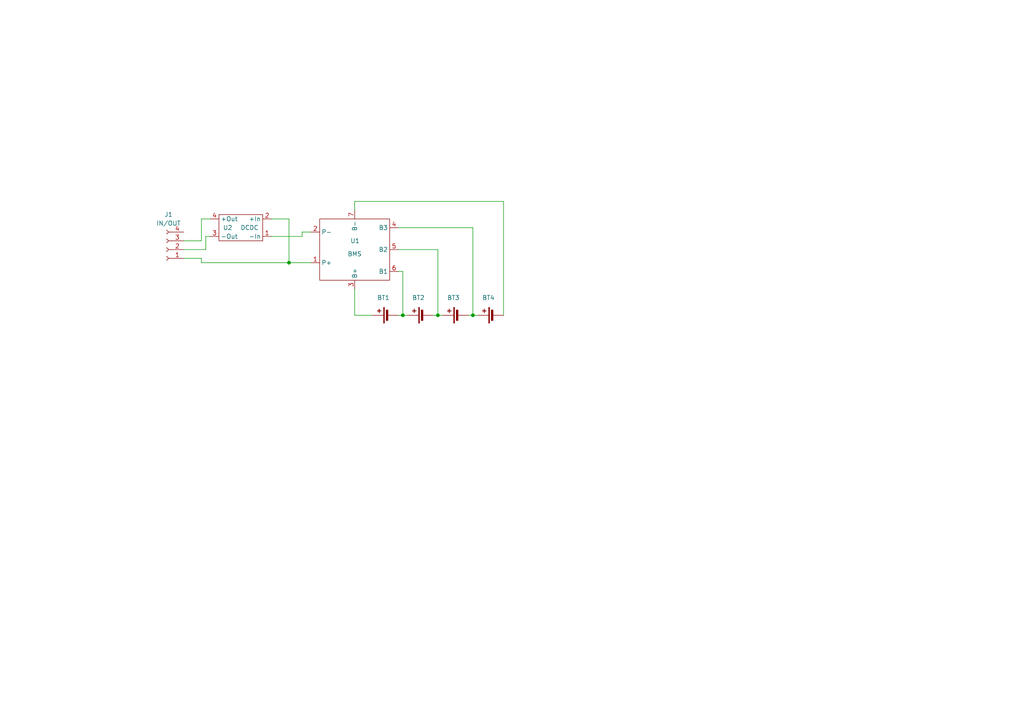
<source format=kicad_sch>
(kicad_sch (version 20230121) (generator eeschema)
  (paper "A4")
  (lib_symbols
    (symbol "AFPI_Device:20A_BMS_Board"
      (property "Reference" "U" (at 0 2.54 0))
      (symbol "20A_BMS_Board_0_0"
        (pin bidirectional line (at -12.7 -1.27 0) (length 2.54) (name "P+") (number "1"))
        (pin bidirectional line (at -12.7 7.62 0) (length 2.54) (name "P-") (number "2"))
        (pin bidirectional line (at 0 -8.89 90) (length 2.54) (name "B+") (number "3"))
        (pin bidirectional line (at 12.7 8.89 180) (length 2.54) (name "B3") (number "4"))
        (pin bidirectional line (at 12.7 2.54 180) (length 2.54) (name "B2") (number "5"))
        (pin bidirectional line (at 12.7 -3.81 180) (length 2.54) (name "B1") (number "6"))
        (pin bidirectional line (at 0 13.97 270) (length 2.54) (name "B-") (number "7"))
      )
      (symbol "20A_BMS_Board_1_1"
        (rectangle (start -10.16 11.43) (end 10.16 -6.35))
      )
    )
    (symbol "AFPI_Device:MP1584EN_"
      (property "Reference" "U" (at 2.54 -1.27 0))
      (property "Value" "DCDC" (at -2.54 -1.27 0))
      (symbol "MP1584EN__0_0"
        (pin power_in line (at -8.89 1.27 0) (length 2.54) (name "-In") (number "1"))
        (pin power_in line (at -8.89 -3.81 0) (length 2.54) (name "+In") (number "2"))
        (pin power_in line (at 8.89 1.27 180) (length 2.54) (name "-Out") (number "3"))
        (pin power_out line (at 8.89 -3.81 180) (length 2.54) (name "+Out") (number "4"))
      )
      (symbol "MP1584EN__0_1"
        (rectangle (start -6.35 2.54) (end 6.35 -5.08))
      )
    )
    (symbol "Connector:Conn_01x04_Socket" (pin_names (offset 1.016) hide)
      (property "Reference" "J" (at 0 5.08 0))
      (property "Value" "Conn_01x04_Socket" (at 0 -7.62 0))
      (symbol "Conn_01x04_Socket_1_1"
        (arc (start 0 -4.572) (mid -0.5058 -5.08) (end 0 -5.588) (stroke (width 0.1524)))
        (arc (start 0 -2.032) (mid -0.5058 -2.54) (end 0 -3.048) (stroke (width 0.1524)))
        (polyline (pts (xy -1.27 -5.08) (xy -0.508 -5.08)) (stroke (width 0.1524)))
        (polyline (pts (xy -1.27 -2.54) (xy -0.508 -2.54)) (stroke (width 0.1524)))
        (polyline (pts (xy -1.27 0) (xy -0.508 0)) (stroke (width 0.1524)))
        (polyline (pts (xy -1.27 2.54) (xy -0.508 2.54)) (stroke (width 0.1524)))
        (arc (start 0 0.508) (mid -0.5058 0) (end 0 -0.508) (stroke (width 0.1524)))
        (arc (start 0 3.048) (mid -0.5058 2.54) (end 0 2.032) (stroke (width 0.1524)))
        (pin passive line (at -5.08 2.54 0) (length 3.81) (name "Pin_1") (number "1"))
        (pin passive line (at -5.08 0 0) (length 3.81) (name "Pin_2") (number "2"))
        (pin passive line (at -5.08 -2.54 0) (length 3.81) (name "Pin_3") (number "3"))
        (pin passive line (at -5.08 -5.08 0) (length 3.81) (name "Pin_4") (number "4"))
      )
    )
    (symbol "Device:Battery_Cell" (pin_numbers hide) (pin_names (offset 0) hide)
      (property "Reference" "BT" (at 2.54 2.54 0))
      (property "Value" "Battery_Cell" (at 2.54 0 0))
      (symbol "Battery_Cell_0_1"
        (rectangle (start -2.286 1.778) (end 2.286 1.524) (fill (type outline)))
        (rectangle (start -1.524 1.016) (end 1.524 0.508) (fill (type outline)))
        (polyline (pts (xy 0 0.762) (xy 0 0)))
        (polyline (pts (xy 0 1.778) (xy 0 2.54)))
        (polyline (pts (xy 0.762 3.048) (xy 1.778 3.048)) (stroke (width 0.254)))
        (polyline (pts (xy 1.27 3.556) (xy 1.27 2.54)) (stroke (width 0.254)))
      )
      (symbol "Battery_Cell_1_1"
        (pin passive line (at 0 5.08 270) (length 2.54) (name "+") (number "1"))
        (pin passive line (at 0 -2.54 90) (length 2.54) (name "-") (number "2"))
      )
    )
  )
  (junction (at 137.16 91.44))
  (junction (at 116.84 91.44))
  (junction (at 83.82 76.2))
  (junction (at 127 91.44))
  (wire (pts (xy 102.87 91.44) (xy 107.95 91.44)))
  (wire (pts (xy 127 91.44) (xy 128.27 91.44)))
  (wire (pts (xy 127 91.44) (xy 127 72.39)))
  (wire (pts (xy 127 72.39) (xy 115.57 72.39)))
  (wire (pts (xy 146.05 58.42) (xy 102.87 58.42)))
  (wire (pts (xy 83.82 76.2) (xy 83.82 63.5)))
  (wire (pts (xy 102.87 83.82) (xy 102.87 91.44)))
  (wire (pts (xy 116.84 91.44) (xy 116.84 78.74)))
  (wire (pts (xy 83.82 76.2) (xy 58.42 76.2)))
  (wire (pts (xy 87.63 67.31) (xy 90.17 67.31)))
  (wire (pts (xy 59.69 68.58) (xy 60.96 68.58)))
  (wire (pts (xy 78.74 68.58) (xy 87.63 68.58)))
  (wire (pts (xy 146.05 91.44) (xy 146.05 58.42)))
  (wire (pts (xy 58.42 74.93) (xy 53.34 74.93)))
  (wire (pts (xy 87.63 68.58) (xy 87.63 67.31)))
  (wire (pts (xy 137.16 66.04) (xy 115.57 66.04)))
  (wire (pts (xy 125.73 91.44) (xy 127 91.44)))
  (wire (pts (xy 115.57 91.44) (xy 116.84 91.44)))
  (wire (pts (xy 58.42 69.85) (xy 58.42 63.5)))
  (wire (pts (xy 59.69 72.39) (xy 59.69 68.58)))
  (wire (pts (xy 53.34 69.85) (xy 58.42 69.85)))
  (wire (pts (xy 137.16 91.44) (xy 137.16 66.04)))
  (wire (pts (xy 58.42 63.5) (xy 60.96 63.5)))
  (wire (pts (xy 135.89 91.44) (xy 137.16 91.44)))
  (wire (pts (xy 83.82 63.5) (xy 78.74 63.5)))
  (wire (pts (xy 115.57 78.74) (xy 116.84 78.74)))
  (wire (pts (xy 137.16 91.44) (xy 138.43 91.44)))
  (wire (pts (xy 90.17 76.2) (xy 83.82 76.2)))
  (wire (pts (xy 102.87 58.42) (xy 102.87 60.96)))
  (wire (pts (xy 116.84 91.44) (xy 118.11 91.44)))
  (wire (pts (xy 53.34 72.39) (xy 59.69 72.39)))
  (wire (pts (xy 58.42 76.2) (xy 58.42 74.93)))
  (symbol (lib_id "Device:Battery_Cell") (at 143.51 91.44 90) (unit 1)
    (property "Reference" "BT4" (at 141.6685 86.36 90))
    (property "Value" "Battery_Cell" (effects hide))
  )
  (symbol (lib_id "Device:Battery_Cell") (at 113.03 91.44 90) (unit 1)
    (property "Reference" "BT1" (at 111.1885 86.36 90))
    (property "Value" "Battery_Cell" (effects hide))
  )
  (symbol (lib_id "AFPI_Device:20A_BMS_Board") (at 102.87 74.93 0) (unit 1)
    (property "Reference" "U1" (at 101.6 69.85 0) (effects (justify left)))
    (property "Value" "BMS" (at 102.87 73.66 0))
  )
  (symbol (lib_id "Device:Battery_Cell") (at 123.19 91.44 90) (unit 1)
    (property "Reference" "BT2" (at 121.3485 86.36 90))
    (property "Value" "Battery_Cell" (effects hide))
  )
  (symbol (lib_id "AFPI_Device:MP1584EN_") (at 69.85 67.31 180) (unit 1)
    (property "Reference" "U2" (at 66.04 66.04 0))
    (property "Value" "DCDC" (at 72.39 66.04 0))
  )
  (symbol (lib_id "Connector:Conn_01x04_Socket") (at 48.26 72.39 180) (unit 1)
    (property "Reference" "J1" (at 48.895 62.23 0))
    (property "Value" "IN/OUT" (at 48.895 64.77 0))
  )
  (symbol (lib_id "Device:Battery_Cell") (at 133.35 91.44 90) (unit 1)
    (property "Reference" "BT3" (at 131.5085 86.36 90))
    (property "Value" "Battery_Cell" (effects hide))
  )
)
</source>
